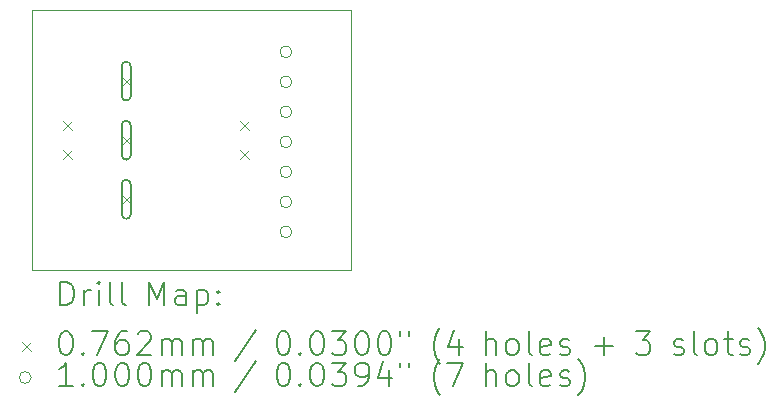
<source format=gbr>
%TF.GenerationSoftware,KiCad,Pcbnew,(7.0.0)*%
%TF.CreationDate,2023-02-17T23:27:23-05:00*%
%TF.ProjectId,RgbButton,52676242-7574-4746-9f6e-2e6b69636164,rev?*%
%TF.SameCoordinates,Original*%
%TF.FileFunction,Drillmap*%
%TF.FilePolarity,Positive*%
%FSLAX45Y45*%
G04 Gerber Fmt 4.5, Leading zero omitted, Abs format (unit mm)*
G04 Created by KiCad (PCBNEW (7.0.0)) date 2023-02-17 23:27:23*
%MOMM*%
%LPD*%
G01*
G04 APERTURE LIST*
%ADD10C,0.100000*%
%ADD11C,0.200000*%
%ADD12C,0.076200*%
G04 APERTURE END LIST*
D10*
X13850000Y-9300000D02*
X16550000Y-9300000D01*
X16550000Y-9300000D02*
X16550000Y-11500000D01*
X16550000Y-11500000D02*
X13850000Y-11500000D01*
X13850000Y-11500000D02*
X13850000Y-9300000D01*
D11*
D12*
X14111900Y-10236900D02*
X14188100Y-10313100D01*
X14188100Y-10236900D02*
X14111900Y-10313100D01*
X14111900Y-10486900D02*
X14188100Y-10563100D01*
X14188100Y-10486900D02*
X14111900Y-10563100D01*
X14611900Y-9861900D02*
X14688100Y-9938100D01*
X14688100Y-9861900D02*
X14611900Y-9938100D01*
D11*
X14611900Y-9773100D02*
X14611900Y-10026900D01*
X14611900Y-10026900D02*
G75*
G03*
X14688100Y-10026900I38100J0D01*
G01*
X14688100Y-10026900D02*
X14688100Y-9773100D01*
X14688100Y-9773100D02*
G75*
G03*
X14611900Y-9773100I-38100J0D01*
G01*
D12*
X14611900Y-10361900D02*
X14688100Y-10438100D01*
X14688100Y-10361900D02*
X14611900Y-10438100D01*
D11*
X14611900Y-10273100D02*
X14611900Y-10526900D01*
X14611900Y-10526900D02*
G75*
G03*
X14688100Y-10526900I38100J0D01*
G01*
X14688100Y-10526900D02*
X14688100Y-10273100D01*
X14688100Y-10273100D02*
G75*
G03*
X14611900Y-10273100I-38100J0D01*
G01*
D12*
X14611900Y-10861900D02*
X14688100Y-10938100D01*
X14688100Y-10861900D02*
X14611900Y-10938100D01*
D11*
X14611900Y-10773100D02*
X14611900Y-11026900D01*
X14611900Y-11026900D02*
G75*
G03*
X14688100Y-11026900I38100J0D01*
G01*
X14688100Y-11026900D02*
X14688100Y-10773100D01*
X14688100Y-10773100D02*
G75*
G03*
X14611900Y-10773100I-38100J0D01*
G01*
D12*
X15611900Y-10236900D02*
X15688100Y-10313100D01*
X15688100Y-10236900D02*
X15611900Y-10313100D01*
X15611900Y-10486900D02*
X15688100Y-10563100D01*
X15688100Y-10486900D02*
X15611900Y-10563100D01*
D10*
X16052000Y-9652000D02*
G75*
G03*
X16052000Y-9652000I-50000J0D01*
G01*
X16052000Y-9906000D02*
G75*
G03*
X16052000Y-9906000I-50000J0D01*
G01*
X16052000Y-10160000D02*
G75*
G03*
X16052000Y-10160000I-50000J0D01*
G01*
X16052000Y-10414000D02*
G75*
G03*
X16052000Y-10414000I-50000J0D01*
G01*
X16052000Y-10668000D02*
G75*
G03*
X16052000Y-10668000I-50000J0D01*
G01*
X16052000Y-10922000D02*
G75*
G03*
X16052000Y-10922000I-50000J0D01*
G01*
X16052000Y-11176000D02*
G75*
G03*
X16052000Y-11176000I-50000J0D01*
G01*
D11*
X14092619Y-11798476D02*
X14092619Y-11598476D01*
X14092619Y-11598476D02*
X14140238Y-11598476D01*
X14140238Y-11598476D02*
X14168809Y-11608000D01*
X14168809Y-11608000D02*
X14187857Y-11627048D01*
X14187857Y-11627048D02*
X14197381Y-11646095D01*
X14197381Y-11646095D02*
X14206905Y-11684190D01*
X14206905Y-11684190D02*
X14206905Y-11712762D01*
X14206905Y-11712762D02*
X14197381Y-11750857D01*
X14197381Y-11750857D02*
X14187857Y-11769905D01*
X14187857Y-11769905D02*
X14168809Y-11788952D01*
X14168809Y-11788952D02*
X14140238Y-11798476D01*
X14140238Y-11798476D02*
X14092619Y-11798476D01*
X14292619Y-11798476D02*
X14292619Y-11665143D01*
X14292619Y-11703238D02*
X14302143Y-11684190D01*
X14302143Y-11684190D02*
X14311667Y-11674667D01*
X14311667Y-11674667D02*
X14330714Y-11665143D01*
X14330714Y-11665143D02*
X14349762Y-11665143D01*
X14416428Y-11798476D02*
X14416428Y-11665143D01*
X14416428Y-11598476D02*
X14406905Y-11608000D01*
X14406905Y-11608000D02*
X14416428Y-11617524D01*
X14416428Y-11617524D02*
X14425952Y-11608000D01*
X14425952Y-11608000D02*
X14416428Y-11598476D01*
X14416428Y-11598476D02*
X14416428Y-11617524D01*
X14540238Y-11798476D02*
X14521190Y-11788952D01*
X14521190Y-11788952D02*
X14511667Y-11769905D01*
X14511667Y-11769905D02*
X14511667Y-11598476D01*
X14645000Y-11798476D02*
X14625952Y-11788952D01*
X14625952Y-11788952D02*
X14616428Y-11769905D01*
X14616428Y-11769905D02*
X14616428Y-11598476D01*
X14841190Y-11798476D02*
X14841190Y-11598476D01*
X14841190Y-11598476D02*
X14907857Y-11741333D01*
X14907857Y-11741333D02*
X14974524Y-11598476D01*
X14974524Y-11598476D02*
X14974524Y-11798476D01*
X15155476Y-11798476D02*
X15155476Y-11693714D01*
X15155476Y-11693714D02*
X15145952Y-11674667D01*
X15145952Y-11674667D02*
X15126905Y-11665143D01*
X15126905Y-11665143D02*
X15088809Y-11665143D01*
X15088809Y-11665143D02*
X15069762Y-11674667D01*
X15155476Y-11788952D02*
X15136428Y-11798476D01*
X15136428Y-11798476D02*
X15088809Y-11798476D01*
X15088809Y-11798476D02*
X15069762Y-11788952D01*
X15069762Y-11788952D02*
X15060238Y-11769905D01*
X15060238Y-11769905D02*
X15060238Y-11750857D01*
X15060238Y-11750857D02*
X15069762Y-11731809D01*
X15069762Y-11731809D02*
X15088809Y-11722286D01*
X15088809Y-11722286D02*
X15136428Y-11722286D01*
X15136428Y-11722286D02*
X15155476Y-11712762D01*
X15250714Y-11665143D02*
X15250714Y-11865143D01*
X15250714Y-11674667D02*
X15269762Y-11665143D01*
X15269762Y-11665143D02*
X15307857Y-11665143D01*
X15307857Y-11665143D02*
X15326905Y-11674667D01*
X15326905Y-11674667D02*
X15336428Y-11684190D01*
X15336428Y-11684190D02*
X15345952Y-11703238D01*
X15345952Y-11703238D02*
X15345952Y-11760381D01*
X15345952Y-11760381D02*
X15336428Y-11779428D01*
X15336428Y-11779428D02*
X15326905Y-11788952D01*
X15326905Y-11788952D02*
X15307857Y-11798476D01*
X15307857Y-11798476D02*
X15269762Y-11798476D01*
X15269762Y-11798476D02*
X15250714Y-11788952D01*
X15431667Y-11779428D02*
X15441190Y-11788952D01*
X15441190Y-11788952D02*
X15431667Y-11798476D01*
X15431667Y-11798476D02*
X15422143Y-11788952D01*
X15422143Y-11788952D02*
X15431667Y-11779428D01*
X15431667Y-11779428D02*
X15431667Y-11798476D01*
X15431667Y-11674667D02*
X15441190Y-11684190D01*
X15441190Y-11684190D02*
X15431667Y-11693714D01*
X15431667Y-11693714D02*
X15422143Y-11684190D01*
X15422143Y-11684190D02*
X15431667Y-11674667D01*
X15431667Y-11674667D02*
X15431667Y-11693714D01*
D12*
X13768800Y-12106900D02*
X13845000Y-12183100D01*
X13845000Y-12106900D02*
X13768800Y-12183100D01*
D11*
X14130714Y-12018476D02*
X14149762Y-12018476D01*
X14149762Y-12018476D02*
X14168809Y-12028000D01*
X14168809Y-12028000D02*
X14178333Y-12037524D01*
X14178333Y-12037524D02*
X14187857Y-12056571D01*
X14187857Y-12056571D02*
X14197381Y-12094667D01*
X14197381Y-12094667D02*
X14197381Y-12142286D01*
X14197381Y-12142286D02*
X14187857Y-12180381D01*
X14187857Y-12180381D02*
X14178333Y-12199428D01*
X14178333Y-12199428D02*
X14168809Y-12208952D01*
X14168809Y-12208952D02*
X14149762Y-12218476D01*
X14149762Y-12218476D02*
X14130714Y-12218476D01*
X14130714Y-12218476D02*
X14111667Y-12208952D01*
X14111667Y-12208952D02*
X14102143Y-12199428D01*
X14102143Y-12199428D02*
X14092619Y-12180381D01*
X14092619Y-12180381D02*
X14083095Y-12142286D01*
X14083095Y-12142286D02*
X14083095Y-12094667D01*
X14083095Y-12094667D02*
X14092619Y-12056571D01*
X14092619Y-12056571D02*
X14102143Y-12037524D01*
X14102143Y-12037524D02*
X14111667Y-12028000D01*
X14111667Y-12028000D02*
X14130714Y-12018476D01*
X14283095Y-12199428D02*
X14292619Y-12208952D01*
X14292619Y-12208952D02*
X14283095Y-12218476D01*
X14283095Y-12218476D02*
X14273571Y-12208952D01*
X14273571Y-12208952D02*
X14283095Y-12199428D01*
X14283095Y-12199428D02*
X14283095Y-12218476D01*
X14359286Y-12018476D02*
X14492619Y-12018476D01*
X14492619Y-12018476D02*
X14406905Y-12218476D01*
X14654524Y-12018476D02*
X14616428Y-12018476D01*
X14616428Y-12018476D02*
X14597381Y-12028000D01*
X14597381Y-12028000D02*
X14587857Y-12037524D01*
X14587857Y-12037524D02*
X14568809Y-12066095D01*
X14568809Y-12066095D02*
X14559286Y-12104190D01*
X14559286Y-12104190D02*
X14559286Y-12180381D01*
X14559286Y-12180381D02*
X14568809Y-12199428D01*
X14568809Y-12199428D02*
X14578333Y-12208952D01*
X14578333Y-12208952D02*
X14597381Y-12218476D01*
X14597381Y-12218476D02*
X14635476Y-12218476D01*
X14635476Y-12218476D02*
X14654524Y-12208952D01*
X14654524Y-12208952D02*
X14664048Y-12199428D01*
X14664048Y-12199428D02*
X14673571Y-12180381D01*
X14673571Y-12180381D02*
X14673571Y-12132762D01*
X14673571Y-12132762D02*
X14664048Y-12113714D01*
X14664048Y-12113714D02*
X14654524Y-12104190D01*
X14654524Y-12104190D02*
X14635476Y-12094667D01*
X14635476Y-12094667D02*
X14597381Y-12094667D01*
X14597381Y-12094667D02*
X14578333Y-12104190D01*
X14578333Y-12104190D02*
X14568809Y-12113714D01*
X14568809Y-12113714D02*
X14559286Y-12132762D01*
X14749762Y-12037524D02*
X14759286Y-12028000D01*
X14759286Y-12028000D02*
X14778333Y-12018476D01*
X14778333Y-12018476D02*
X14825952Y-12018476D01*
X14825952Y-12018476D02*
X14845000Y-12028000D01*
X14845000Y-12028000D02*
X14854524Y-12037524D01*
X14854524Y-12037524D02*
X14864048Y-12056571D01*
X14864048Y-12056571D02*
X14864048Y-12075619D01*
X14864048Y-12075619D02*
X14854524Y-12104190D01*
X14854524Y-12104190D02*
X14740238Y-12218476D01*
X14740238Y-12218476D02*
X14864048Y-12218476D01*
X14949762Y-12218476D02*
X14949762Y-12085143D01*
X14949762Y-12104190D02*
X14959286Y-12094667D01*
X14959286Y-12094667D02*
X14978333Y-12085143D01*
X14978333Y-12085143D02*
X15006905Y-12085143D01*
X15006905Y-12085143D02*
X15025952Y-12094667D01*
X15025952Y-12094667D02*
X15035476Y-12113714D01*
X15035476Y-12113714D02*
X15035476Y-12218476D01*
X15035476Y-12113714D02*
X15045000Y-12094667D01*
X15045000Y-12094667D02*
X15064048Y-12085143D01*
X15064048Y-12085143D02*
X15092619Y-12085143D01*
X15092619Y-12085143D02*
X15111667Y-12094667D01*
X15111667Y-12094667D02*
X15121190Y-12113714D01*
X15121190Y-12113714D02*
X15121190Y-12218476D01*
X15216429Y-12218476D02*
X15216429Y-12085143D01*
X15216429Y-12104190D02*
X15225952Y-12094667D01*
X15225952Y-12094667D02*
X15245000Y-12085143D01*
X15245000Y-12085143D02*
X15273571Y-12085143D01*
X15273571Y-12085143D02*
X15292619Y-12094667D01*
X15292619Y-12094667D02*
X15302143Y-12113714D01*
X15302143Y-12113714D02*
X15302143Y-12218476D01*
X15302143Y-12113714D02*
X15311667Y-12094667D01*
X15311667Y-12094667D02*
X15330714Y-12085143D01*
X15330714Y-12085143D02*
X15359286Y-12085143D01*
X15359286Y-12085143D02*
X15378333Y-12094667D01*
X15378333Y-12094667D02*
X15387857Y-12113714D01*
X15387857Y-12113714D02*
X15387857Y-12218476D01*
X15745952Y-12008952D02*
X15574524Y-12266095D01*
X15970714Y-12018476D02*
X15989762Y-12018476D01*
X15989762Y-12018476D02*
X16008810Y-12028000D01*
X16008810Y-12028000D02*
X16018333Y-12037524D01*
X16018333Y-12037524D02*
X16027857Y-12056571D01*
X16027857Y-12056571D02*
X16037381Y-12094667D01*
X16037381Y-12094667D02*
X16037381Y-12142286D01*
X16037381Y-12142286D02*
X16027857Y-12180381D01*
X16027857Y-12180381D02*
X16018333Y-12199428D01*
X16018333Y-12199428D02*
X16008810Y-12208952D01*
X16008810Y-12208952D02*
X15989762Y-12218476D01*
X15989762Y-12218476D02*
X15970714Y-12218476D01*
X15970714Y-12218476D02*
X15951667Y-12208952D01*
X15951667Y-12208952D02*
X15942143Y-12199428D01*
X15942143Y-12199428D02*
X15932619Y-12180381D01*
X15932619Y-12180381D02*
X15923095Y-12142286D01*
X15923095Y-12142286D02*
X15923095Y-12094667D01*
X15923095Y-12094667D02*
X15932619Y-12056571D01*
X15932619Y-12056571D02*
X15942143Y-12037524D01*
X15942143Y-12037524D02*
X15951667Y-12028000D01*
X15951667Y-12028000D02*
X15970714Y-12018476D01*
X16123095Y-12199428D02*
X16132619Y-12208952D01*
X16132619Y-12208952D02*
X16123095Y-12218476D01*
X16123095Y-12218476D02*
X16113571Y-12208952D01*
X16113571Y-12208952D02*
X16123095Y-12199428D01*
X16123095Y-12199428D02*
X16123095Y-12218476D01*
X16256429Y-12018476D02*
X16275476Y-12018476D01*
X16275476Y-12018476D02*
X16294524Y-12028000D01*
X16294524Y-12028000D02*
X16304048Y-12037524D01*
X16304048Y-12037524D02*
X16313571Y-12056571D01*
X16313571Y-12056571D02*
X16323095Y-12094667D01*
X16323095Y-12094667D02*
X16323095Y-12142286D01*
X16323095Y-12142286D02*
X16313571Y-12180381D01*
X16313571Y-12180381D02*
X16304048Y-12199428D01*
X16304048Y-12199428D02*
X16294524Y-12208952D01*
X16294524Y-12208952D02*
X16275476Y-12218476D01*
X16275476Y-12218476D02*
X16256429Y-12218476D01*
X16256429Y-12218476D02*
X16237381Y-12208952D01*
X16237381Y-12208952D02*
X16227857Y-12199428D01*
X16227857Y-12199428D02*
X16218333Y-12180381D01*
X16218333Y-12180381D02*
X16208810Y-12142286D01*
X16208810Y-12142286D02*
X16208810Y-12094667D01*
X16208810Y-12094667D02*
X16218333Y-12056571D01*
X16218333Y-12056571D02*
X16227857Y-12037524D01*
X16227857Y-12037524D02*
X16237381Y-12028000D01*
X16237381Y-12028000D02*
X16256429Y-12018476D01*
X16389762Y-12018476D02*
X16513571Y-12018476D01*
X16513571Y-12018476D02*
X16446905Y-12094667D01*
X16446905Y-12094667D02*
X16475476Y-12094667D01*
X16475476Y-12094667D02*
X16494524Y-12104190D01*
X16494524Y-12104190D02*
X16504048Y-12113714D01*
X16504048Y-12113714D02*
X16513571Y-12132762D01*
X16513571Y-12132762D02*
X16513571Y-12180381D01*
X16513571Y-12180381D02*
X16504048Y-12199428D01*
X16504048Y-12199428D02*
X16494524Y-12208952D01*
X16494524Y-12208952D02*
X16475476Y-12218476D01*
X16475476Y-12218476D02*
X16418333Y-12218476D01*
X16418333Y-12218476D02*
X16399286Y-12208952D01*
X16399286Y-12208952D02*
X16389762Y-12199428D01*
X16637381Y-12018476D02*
X16656429Y-12018476D01*
X16656429Y-12018476D02*
X16675476Y-12028000D01*
X16675476Y-12028000D02*
X16685000Y-12037524D01*
X16685000Y-12037524D02*
X16694524Y-12056571D01*
X16694524Y-12056571D02*
X16704048Y-12094667D01*
X16704048Y-12094667D02*
X16704048Y-12142286D01*
X16704048Y-12142286D02*
X16694524Y-12180381D01*
X16694524Y-12180381D02*
X16685000Y-12199428D01*
X16685000Y-12199428D02*
X16675476Y-12208952D01*
X16675476Y-12208952D02*
X16656429Y-12218476D01*
X16656429Y-12218476D02*
X16637381Y-12218476D01*
X16637381Y-12218476D02*
X16618333Y-12208952D01*
X16618333Y-12208952D02*
X16608810Y-12199428D01*
X16608810Y-12199428D02*
X16599286Y-12180381D01*
X16599286Y-12180381D02*
X16589762Y-12142286D01*
X16589762Y-12142286D02*
X16589762Y-12094667D01*
X16589762Y-12094667D02*
X16599286Y-12056571D01*
X16599286Y-12056571D02*
X16608810Y-12037524D01*
X16608810Y-12037524D02*
X16618333Y-12028000D01*
X16618333Y-12028000D02*
X16637381Y-12018476D01*
X16827857Y-12018476D02*
X16846905Y-12018476D01*
X16846905Y-12018476D02*
X16865953Y-12028000D01*
X16865953Y-12028000D02*
X16875476Y-12037524D01*
X16875476Y-12037524D02*
X16885000Y-12056571D01*
X16885000Y-12056571D02*
X16894524Y-12094667D01*
X16894524Y-12094667D02*
X16894524Y-12142286D01*
X16894524Y-12142286D02*
X16885000Y-12180381D01*
X16885000Y-12180381D02*
X16875476Y-12199428D01*
X16875476Y-12199428D02*
X16865953Y-12208952D01*
X16865953Y-12208952D02*
X16846905Y-12218476D01*
X16846905Y-12218476D02*
X16827857Y-12218476D01*
X16827857Y-12218476D02*
X16808810Y-12208952D01*
X16808810Y-12208952D02*
X16799286Y-12199428D01*
X16799286Y-12199428D02*
X16789762Y-12180381D01*
X16789762Y-12180381D02*
X16780238Y-12142286D01*
X16780238Y-12142286D02*
X16780238Y-12094667D01*
X16780238Y-12094667D02*
X16789762Y-12056571D01*
X16789762Y-12056571D02*
X16799286Y-12037524D01*
X16799286Y-12037524D02*
X16808810Y-12028000D01*
X16808810Y-12028000D02*
X16827857Y-12018476D01*
X16970714Y-12018476D02*
X16970714Y-12056571D01*
X17046905Y-12018476D02*
X17046905Y-12056571D01*
X17309762Y-12294667D02*
X17300238Y-12285143D01*
X17300238Y-12285143D02*
X17281191Y-12256571D01*
X17281191Y-12256571D02*
X17271667Y-12237524D01*
X17271667Y-12237524D02*
X17262143Y-12208952D01*
X17262143Y-12208952D02*
X17252619Y-12161333D01*
X17252619Y-12161333D02*
X17252619Y-12123238D01*
X17252619Y-12123238D02*
X17262143Y-12075619D01*
X17262143Y-12075619D02*
X17271667Y-12047048D01*
X17271667Y-12047048D02*
X17281191Y-12028000D01*
X17281191Y-12028000D02*
X17300238Y-11999428D01*
X17300238Y-11999428D02*
X17309762Y-11989905D01*
X17471667Y-12085143D02*
X17471667Y-12218476D01*
X17424048Y-12008952D02*
X17376429Y-12151809D01*
X17376429Y-12151809D02*
X17500238Y-12151809D01*
X17696429Y-12218476D02*
X17696429Y-12018476D01*
X17782143Y-12218476D02*
X17782143Y-12113714D01*
X17782143Y-12113714D02*
X17772619Y-12094667D01*
X17772619Y-12094667D02*
X17753572Y-12085143D01*
X17753572Y-12085143D02*
X17725000Y-12085143D01*
X17725000Y-12085143D02*
X17705953Y-12094667D01*
X17705953Y-12094667D02*
X17696429Y-12104190D01*
X17905953Y-12218476D02*
X17886905Y-12208952D01*
X17886905Y-12208952D02*
X17877381Y-12199428D01*
X17877381Y-12199428D02*
X17867857Y-12180381D01*
X17867857Y-12180381D02*
X17867857Y-12123238D01*
X17867857Y-12123238D02*
X17877381Y-12104190D01*
X17877381Y-12104190D02*
X17886905Y-12094667D01*
X17886905Y-12094667D02*
X17905953Y-12085143D01*
X17905953Y-12085143D02*
X17934524Y-12085143D01*
X17934524Y-12085143D02*
X17953572Y-12094667D01*
X17953572Y-12094667D02*
X17963095Y-12104190D01*
X17963095Y-12104190D02*
X17972619Y-12123238D01*
X17972619Y-12123238D02*
X17972619Y-12180381D01*
X17972619Y-12180381D02*
X17963095Y-12199428D01*
X17963095Y-12199428D02*
X17953572Y-12208952D01*
X17953572Y-12208952D02*
X17934524Y-12218476D01*
X17934524Y-12218476D02*
X17905953Y-12218476D01*
X18086905Y-12218476D02*
X18067857Y-12208952D01*
X18067857Y-12208952D02*
X18058334Y-12189905D01*
X18058334Y-12189905D02*
X18058334Y-12018476D01*
X18239286Y-12208952D02*
X18220238Y-12218476D01*
X18220238Y-12218476D02*
X18182143Y-12218476D01*
X18182143Y-12218476D02*
X18163095Y-12208952D01*
X18163095Y-12208952D02*
X18153572Y-12189905D01*
X18153572Y-12189905D02*
X18153572Y-12113714D01*
X18153572Y-12113714D02*
X18163095Y-12094667D01*
X18163095Y-12094667D02*
X18182143Y-12085143D01*
X18182143Y-12085143D02*
X18220238Y-12085143D01*
X18220238Y-12085143D02*
X18239286Y-12094667D01*
X18239286Y-12094667D02*
X18248810Y-12113714D01*
X18248810Y-12113714D02*
X18248810Y-12132762D01*
X18248810Y-12132762D02*
X18153572Y-12151809D01*
X18325000Y-12208952D02*
X18344048Y-12218476D01*
X18344048Y-12218476D02*
X18382143Y-12218476D01*
X18382143Y-12218476D02*
X18401191Y-12208952D01*
X18401191Y-12208952D02*
X18410715Y-12189905D01*
X18410715Y-12189905D02*
X18410715Y-12180381D01*
X18410715Y-12180381D02*
X18401191Y-12161333D01*
X18401191Y-12161333D02*
X18382143Y-12151809D01*
X18382143Y-12151809D02*
X18353572Y-12151809D01*
X18353572Y-12151809D02*
X18334524Y-12142286D01*
X18334524Y-12142286D02*
X18325000Y-12123238D01*
X18325000Y-12123238D02*
X18325000Y-12113714D01*
X18325000Y-12113714D02*
X18334524Y-12094667D01*
X18334524Y-12094667D02*
X18353572Y-12085143D01*
X18353572Y-12085143D02*
X18382143Y-12085143D01*
X18382143Y-12085143D02*
X18401191Y-12094667D01*
X18616429Y-12142286D02*
X18768810Y-12142286D01*
X18692619Y-12218476D02*
X18692619Y-12066095D01*
X18965000Y-12018476D02*
X19088810Y-12018476D01*
X19088810Y-12018476D02*
X19022143Y-12094667D01*
X19022143Y-12094667D02*
X19050715Y-12094667D01*
X19050715Y-12094667D02*
X19069762Y-12104190D01*
X19069762Y-12104190D02*
X19079286Y-12113714D01*
X19079286Y-12113714D02*
X19088810Y-12132762D01*
X19088810Y-12132762D02*
X19088810Y-12180381D01*
X19088810Y-12180381D02*
X19079286Y-12199428D01*
X19079286Y-12199428D02*
X19069762Y-12208952D01*
X19069762Y-12208952D02*
X19050715Y-12218476D01*
X19050715Y-12218476D02*
X18993572Y-12218476D01*
X18993572Y-12218476D02*
X18974524Y-12208952D01*
X18974524Y-12208952D02*
X18965000Y-12199428D01*
X19285000Y-12208952D02*
X19304048Y-12218476D01*
X19304048Y-12218476D02*
X19342143Y-12218476D01*
X19342143Y-12218476D02*
X19361191Y-12208952D01*
X19361191Y-12208952D02*
X19370715Y-12189905D01*
X19370715Y-12189905D02*
X19370715Y-12180381D01*
X19370715Y-12180381D02*
X19361191Y-12161333D01*
X19361191Y-12161333D02*
X19342143Y-12151809D01*
X19342143Y-12151809D02*
X19313572Y-12151809D01*
X19313572Y-12151809D02*
X19294524Y-12142286D01*
X19294524Y-12142286D02*
X19285000Y-12123238D01*
X19285000Y-12123238D02*
X19285000Y-12113714D01*
X19285000Y-12113714D02*
X19294524Y-12094667D01*
X19294524Y-12094667D02*
X19313572Y-12085143D01*
X19313572Y-12085143D02*
X19342143Y-12085143D01*
X19342143Y-12085143D02*
X19361191Y-12094667D01*
X19485000Y-12218476D02*
X19465953Y-12208952D01*
X19465953Y-12208952D02*
X19456429Y-12189905D01*
X19456429Y-12189905D02*
X19456429Y-12018476D01*
X19589762Y-12218476D02*
X19570715Y-12208952D01*
X19570715Y-12208952D02*
X19561191Y-12199428D01*
X19561191Y-12199428D02*
X19551667Y-12180381D01*
X19551667Y-12180381D02*
X19551667Y-12123238D01*
X19551667Y-12123238D02*
X19561191Y-12104190D01*
X19561191Y-12104190D02*
X19570715Y-12094667D01*
X19570715Y-12094667D02*
X19589762Y-12085143D01*
X19589762Y-12085143D02*
X19618334Y-12085143D01*
X19618334Y-12085143D02*
X19637381Y-12094667D01*
X19637381Y-12094667D02*
X19646905Y-12104190D01*
X19646905Y-12104190D02*
X19656429Y-12123238D01*
X19656429Y-12123238D02*
X19656429Y-12180381D01*
X19656429Y-12180381D02*
X19646905Y-12199428D01*
X19646905Y-12199428D02*
X19637381Y-12208952D01*
X19637381Y-12208952D02*
X19618334Y-12218476D01*
X19618334Y-12218476D02*
X19589762Y-12218476D01*
X19713572Y-12085143D02*
X19789762Y-12085143D01*
X19742143Y-12018476D02*
X19742143Y-12189905D01*
X19742143Y-12189905D02*
X19751667Y-12208952D01*
X19751667Y-12208952D02*
X19770715Y-12218476D01*
X19770715Y-12218476D02*
X19789762Y-12218476D01*
X19846905Y-12208952D02*
X19865953Y-12218476D01*
X19865953Y-12218476D02*
X19904048Y-12218476D01*
X19904048Y-12218476D02*
X19923096Y-12208952D01*
X19923096Y-12208952D02*
X19932619Y-12189905D01*
X19932619Y-12189905D02*
X19932619Y-12180381D01*
X19932619Y-12180381D02*
X19923096Y-12161333D01*
X19923096Y-12161333D02*
X19904048Y-12151809D01*
X19904048Y-12151809D02*
X19875476Y-12151809D01*
X19875476Y-12151809D02*
X19856429Y-12142286D01*
X19856429Y-12142286D02*
X19846905Y-12123238D01*
X19846905Y-12123238D02*
X19846905Y-12113714D01*
X19846905Y-12113714D02*
X19856429Y-12094667D01*
X19856429Y-12094667D02*
X19875476Y-12085143D01*
X19875476Y-12085143D02*
X19904048Y-12085143D01*
X19904048Y-12085143D02*
X19923096Y-12094667D01*
X19999286Y-12294667D02*
X20008810Y-12285143D01*
X20008810Y-12285143D02*
X20027857Y-12256571D01*
X20027857Y-12256571D02*
X20037381Y-12237524D01*
X20037381Y-12237524D02*
X20046905Y-12208952D01*
X20046905Y-12208952D02*
X20056429Y-12161333D01*
X20056429Y-12161333D02*
X20056429Y-12123238D01*
X20056429Y-12123238D02*
X20046905Y-12075619D01*
X20046905Y-12075619D02*
X20037381Y-12047048D01*
X20037381Y-12047048D02*
X20027857Y-12028000D01*
X20027857Y-12028000D02*
X20008810Y-11999428D01*
X20008810Y-11999428D02*
X19999286Y-11989905D01*
D10*
X13845000Y-12409000D02*
G75*
G03*
X13845000Y-12409000I-50000J0D01*
G01*
D11*
X14197381Y-12482476D02*
X14083095Y-12482476D01*
X14140238Y-12482476D02*
X14140238Y-12282476D01*
X14140238Y-12282476D02*
X14121190Y-12311048D01*
X14121190Y-12311048D02*
X14102143Y-12330095D01*
X14102143Y-12330095D02*
X14083095Y-12339619D01*
X14283095Y-12463428D02*
X14292619Y-12472952D01*
X14292619Y-12472952D02*
X14283095Y-12482476D01*
X14283095Y-12482476D02*
X14273571Y-12472952D01*
X14273571Y-12472952D02*
X14283095Y-12463428D01*
X14283095Y-12463428D02*
X14283095Y-12482476D01*
X14416428Y-12282476D02*
X14435476Y-12282476D01*
X14435476Y-12282476D02*
X14454524Y-12292000D01*
X14454524Y-12292000D02*
X14464048Y-12301524D01*
X14464048Y-12301524D02*
X14473571Y-12320571D01*
X14473571Y-12320571D02*
X14483095Y-12358667D01*
X14483095Y-12358667D02*
X14483095Y-12406286D01*
X14483095Y-12406286D02*
X14473571Y-12444381D01*
X14473571Y-12444381D02*
X14464048Y-12463428D01*
X14464048Y-12463428D02*
X14454524Y-12472952D01*
X14454524Y-12472952D02*
X14435476Y-12482476D01*
X14435476Y-12482476D02*
X14416428Y-12482476D01*
X14416428Y-12482476D02*
X14397381Y-12472952D01*
X14397381Y-12472952D02*
X14387857Y-12463428D01*
X14387857Y-12463428D02*
X14378333Y-12444381D01*
X14378333Y-12444381D02*
X14368809Y-12406286D01*
X14368809Y-12406286D02*
X14368809Y-12358667D01*
X14368809Y-12358667D02*
X14378333Y-12320571D01*
X14378333Y-12320571D02*
X14387857Y-12301524D01*
X14387857Y-12301524D02*
X14397381Y-12292000D01*
X14397381Y-12292000D02*
X14416428Y-12282476D01*
X14606905Y-12282476D02*
X14625952Y-12282476D01*
X14625952Y-12282476D02*
X14645000Y-12292000D01*
X14645000Y-12292000D02*
X14654524Y-12301524D01*
X14654524Y-12301524D02*
X14664048Y-12320571D01*
X14664048Y-12320571D02*
X14673571Y-12358667D01*
X14673571Y-12358667D02*
X14673571Y-12406286D01*
X14673571Y-12406286D02*
X14664048Y-12444381D01*
X14664048Y-12444381D02*
X14654524Y-12463428D01*
X14654524Y-12463428D02*
X14645000Y-12472952D01*
X14645000Y-12472952D02*
X14625952Y-12482476D01*
X14625952Y-12482476D02*
X14606905Y-12482476D01*
X14606905Y-12482476D02*
X14587857Y-12472952D01*
X14587857Y-12472952D02*
X14578333Y-12463428D01*
X14578333Y-12463428D02*
X14568809Y-12444381D01*
X14568809Y-12444381D02*
X14559286Y-12406286D01*
X14559286Y-12406286D02*
X14559286Y-12358667D01*
X14559286Y-12358667D02*
X14568809Y-12320571D01*
X14568809Y-12320571D02*
X14578333Y-12301524D01*
X14578333Y-12301524D02*
X14587857Y-12292000D01*
X14587857Y-12292000D02*
X14606905Y-12282476D01*
X14797381Y-12282476D02*
X14816429Y-12282476D01*
X14816429Y-12282476D02*
X14835476Y-12292000D01*
X14835476Y-12292000D02*
X14845000Y-12301524D01*
X14845000Y-12301524D02*
X14854524Y-12320571D01*
X14854524Y-12320571D02*
X14864048Y-12358667D01*
X14864048Y-12358667D02*
X14864048Y-12406286D01*
X14864048Y-12406286D02*
X14854524Y-12444381D01*
X14854524Y-12444381D02*
X14845000Y-12463428D01*
X14845000Y-12463428D02*
X14835476Y-12472952D01*
X14835476Y-12472952D02*
X14816429Y-12482476D01*
X14816429Y-12482476D02*
X14797381Y-12482476D01*
X14797381Y-12482476D02*
X14778333Y-12472952D01*
X14778333Y-12472952D02*
X14768809Y-12463428D01*
X14768809Y-12463428D02*
X14759286Y-12444381D01*
X14759286Y-12444381D02*
X14749762Y-12406286D01*
X14749762Y-12406286D02*
X14749762Y-12358667D01*
X14749762Y-12358667D02*
X14759286Y-12320571D01*
X14759286Y-12320571D02*
X14768809Y-12301524D01*
X14768809Y-12301524D02*
X14778333Y-12292000D01*
X14778333Y-12292000D02*
X14797381Y-12282476D01*
X14949762Y-12482476D02*
X14949762Y-12349143D01*
X14949762Y-12368190D02*
X14959286Y-12358667D01*
X14959286Y-12358667D02*
X14978333Y-12349143D01*
X14978333Y-12349143D02*
X15006905Y-12349143D01*
X15006905Y-12349143D02*
X15025952Y-12358667D01*
X15025952Y-12358667D02*
X15035476Y-12377714D01*
X15035476Y-12377714D02*
X15035476Y-12482476D01*
X15035476Y-12377714D02*
X15045000Y-12358667D01*
X15045000Y-12358667D02*
X15064048Y-12349143D01*
X15064048Y-12349143D02*
X15092619Y-12349143D01*
X15092619Y-12349143D02*
X15111667Y-12358667D01*
X15111667Y-12358667D02*
X15121190Y-12377714D01*
X15121190Y-12377714D02*
X15121190Y-12482476D01*
X15216429Y-12482476D02*
X15216429Y-12349143D01*
X15216429Y-12368190D02*
X15225952Y-12358667D01*
X15225952Y-12358667D02*
X15245000Y-12349143D01*
X15245000Y-12349143D02*
X15273571Y-12349143D01*
X15273571Y-12349143D02*
X15292619Y-12358667D01*
X15292619Y-12358667D02*
X15302143Y-12377714D01*
X15302143Y-12377714D02*
X15302143Y-12482476D01*
X15302143Y-12377714D02*
X15311667Y-12358667D01*
X15311667Y-12358667D02*
X15330714Y-12349143D01*
X15330714Y-12349143D02*
X15359286Y-12349143D01*
X15359286Y-12349143D02*
X15378333Y-12358667D01*
X15378333Y-12358667D02*
X15387857Y-12377714D01*
X15387857Y-12377714D02*
X15387857Y-12482476D01*
X15745952Y-12272952D02*
X15574524Y-12530095D01*
X15970714Y-12282476D02*
X15989762Y-12282476D01*
X15989762Y-12282476D02*
X16008810Y-12292000D01*
X16008810Y-12292000D02*
X16018333Y-12301524D01*
X16018333Y-12301524D02*
X16027857Y-12320571D01*
X16027857Y-12320571D02*
X16037381Y-12358667D01*
X16037381Y-12358667D02*
X16037381Y-12406286D01*
X16037381Y-12406286D02*
X16027857Y-12444381D01*
X16027857Y-12444381D02*
X16018333Y-12463428D01*
X16018333Y-12463428D02*
X16008810Y-12472952D01*
X16008810Y-12472952D02*
X15989762Y-12482476D01*
X15989762Y-12482476D02*
X15970714Y-12482476D01*
X15970714Y-12482476D02*
X15951667Y-12472952D01*
X15951667Y-12472952D02*
X15942143Y-12463428D01*
X15942143Y-12463428D02*
X15932619Y-12444381D01*
X15932619Y-12444381D02*
X15923095Y-12406286D01*
X15923095Y-12406286D02*
X15923095Y-12358667D01*
X15923095Y-12358667D02*
X15932619Y-12320571D01*
X15932619Y-12320571D02*
X15942143Y-12301524D01*
X15942143Y-12301524D02*
X15951667Y-12292000D01*
X15951667Y-12292000D02*
X15970714Y-12282476D01*
X16123095Y-12463428D02*
X16132619Y-12472952D01*
X16132619Y-12472952D02*
X16123095Y-12482476D01*
X16123095Y-12482476D02*
X16113571Y-12472952D01*
X16113571Y-12472952D02*
X16123095Y-12463428D01*
X16123095Y-12463428D02*
X16123095Y-12482476D01*
X16256429Y-12282476D02*
X16275476Y-12282476D01*
X16275476Y-12282476D02*
X16294524Y-12292000D01*
X16294524Y-12292000D02*
X16304048Y-12301524D01*
X16304048Y-12301524D02*
X16313571Y-12320571D01*
X16313571Y-12320571D02*
X16323095Y-12358667D01*
X16323095Y-12358667D02*
X16323095Y-12406286D01*
X16323095Y-12406286D02*
X16313571Y-12444381D01*
X16313571Y-12444381D02*
X16304048Y-12463428D01*
X16304048Y-12463428D02*
X16294524Y-12472952D01*
X16294524Y-12472952D02*
X16275476Y-12482476D01*
X16275476Y-12482476D02*
X16256429Y-12482476D01*
X16256429Y-12482476D02*
X16237381Y-12472952D01*
X16237381Y-12472952D02*
X16227857Y-12463428D01*
X16227857Y-12463428D02*
X16218333Y-12444381D01*
X16218333Y-12444381D02*
X16208810Y-12406286D01*
X16208810Y-12406286D02*
X16208810Y-12358667D01*
X16208810Y-12358667D02*
X16218333Y-12320571D01*
X16218333Y-12320571D02*
X16227857Y-12301524D01*
X16227857Y-12301524D02*
X16237381Y-12292000D01*
X16237381Y-12292000D02*
X16256429Y-12282476D01*
X16389762Y-12282476D02*
X16513571Y-12282476D01*
X16513571Y-12282476D02*
X16446905Y-12358667D01*
X16446905Y-12358667D02*
X16475476Y-12358667D01*
X16475476Y-12358667D02*
X16494524Y-12368190D01*
X16494524Y-12368190D02*
X16504048Y-12377714D01*
X16504048Y-12377714D02*
X16513571Y-12396762D01*
X16513571Y-12396762D02*
X16513571Y-12444381D01*
X16513571Y-12444381D02*
X16504048Y-12463428D01*
X16504048Y-12463428D02*
X16494524Y-12472952D01*
X16494524Y-12472952D02*
X16475476Y-12482476D01*
X16475476Y-12482476D02*
X16418333Y-12482476D01*
X16418333Y-12482476D02*
X16399286Y-12472952D01*
X16399286Y-12472952D02*
X16389762Y-12463428D01*
X16608810Y-12482476D02*
X16646905Y-12482476D01*
X16646905Y-12482476D02*
X16665952Y-12472952D01*
X16665952Y-12472952D02*
X16675476Y-12463428D01*
X16675476Y-12463428D02*
X16694524Y-12434857D01*
X16694524Y-12434857D02*
X16704048Y-12396762D01*
X16704048Y-12396762D02*
X16704048Y-12320571D01*
X16704048Y-12320571D02*
X16694524Y-12301524D01*
X16694524Y-12301524D02*
X16685000Y-12292000D01*
X16685000Y-12292000D02*
X16665952Y-12282476D01*
X16665952Y-12282476D02*
X16627857Y-12282476D01*
X16627857Y-12282476D02*
X16608810Y-12292000D01*
X16608810Y-12292000D02*
X16599286Y-12301524D01*
X16599286Y-12301524D02*
X16589762Y-12320571D01*
X16589762Y-12320571D02*
X16589762Y-12368190D01*
X16589762Y-12368190D02*
X16599286Y-12387238D01*
X16599286Y-12387238D02*
X16608810Y-12396762D01*
X16608810Y-12396762D02*
X16627857Y-12406286D01*
X16627857Y-12406286D02*
X16665952Y-12406286D01*
X16665952Y-12406286D02*
X16685000Y-12396762D01*
X16685000Y-12396762D02*
X16694524Y-12387238D01*
X16694524Y-12387238D02*
X16704048Y-12368190D01*
X16875476Y-12349143D02*
X16875476Y-12482476D01*
X16827857Y-12272952D02*
X16780238Y-12415809D01*
X16780238Y-12415809D02*
X16904048Y-12415809D01*
X16970714Y-12282476D02*
X16970714Y-12320571D01*
X17046905Y-12282476D02*
X17046905Y-12320571D01*
X17309762Y-12558667D02*
X17300238Y-12549143D01*
X17300238Y-12549143D02*
X17281191Y-12520571D01*
X17281191Y-12520571D02*
X17271667Y-12501524D01*
X17271667Y-12501524D02*
X17262143Y-12472952D01*
X17262143Y-12472952D02*
X17252619Y-12425333D01*
X17252619Y-12425333D02*
X17252619Y-12387238D01*
X17252619Y-12387238D02*
X17262143Y-12339619D01*
X17262143Y-12339619D02*
X17271667Y-12311048D01*
X17271667Y-12311048D02*
X17281191Y-12292000D01*
X17281191Y-12292000D02*
X17300238Y-12263428D01*
X17300238Y-12263428D02*
X17309762Y-12253905D01*
X17366905Y-12282476D02*
X17500238Y-12282476D01*
X17500238Y-12282476D02*
X17414524Y-12482476D01*
X17696429Y-12482476D02*
X17696429Y-12282476D01*
X17782143Y-12482476D02*
X17782143Y-12377714D01*
X17782143Y-12377714D02*
X17772619Y-12358667D01*
X17772619Y-12358667D02*
X17753572Y-12349143D01*
X17753572Y-12349143D02*
X17725000Y-12349143D01*
X17725000Y-12349143D02*
X17705953Y-12358667D01*
X17705953Y-12358667D02*
X17696429Y-12368190D01*
X17905953Y-12482476D02*
X17886905Y-12472952D01*
X17886905Y-12472952D02*
X17877381Y-12463428D01*
X17877381Y-12463428D02*
X17867857Y-12444381D01*
X17867857Y-12444381D02*
X17867857Y-12387238D01*
X17867857Y-12387238D02*
X17877381Y-12368190D01*
X17877381Y-12368190D02*
X17886905Y-12358667D01*
X17886905Y-12358667D02*
X17905953Y-12349143D01*
X17905953Y-12349143D02*
X17934524Y-12349143D01*
X17934524Y-12349143D02*
X17953572Y-12358667D01*
X17953572Y-12358667D02*
X17963095Y-12368190D01*
X17963095Y-12368190D02*
X17972619Y-12387238D01*
X17972619Y-12387238D02*
X17972619Y-12444381D01*
X17972619Y-12444381D02*
X17963095Y-12463428D01*
X17963095Y-12463428D02*
X17953572Y-12472952D01*
X17953572Y-12472952D02*
X17934524Y-12482476D01*
X17934524Y-12482476D02*
X17905953Y-12482476D01*
X18086905Y-12482476D02*
X18067857Y-12472952D01*
X18067857Y-12472952D02*
X18058334Y-12453905D01*
X18058334Y-12453905D02*
X18058334Y-12282476D01*
X18239286Y-12472952D02*
X18220238Y-12482476D01*
X18220238Y-12482476D02*
X18182143Y-12482476D01*
X18182143Y-12482476D02*
X18163095Y-12472952D01*
X18163095Y-12472952D02*
X18153572Y-12453905D01*
X18153572Y-12453905D02*
X18153572Y-12377714D01*
X18153572Y-12377714D02*
X18163095Y-12358667D01*
X18163095Y-12358667D02*
X18182143Y-12349143D01*
X18182143Y-12349143D02*
X18220238Y-12349143D01*
X18220238Y-12349143D02*
X18239286Y-12358667D01*
X18239286Y-12358667D02*
X18248810Y-12377714D01*
X18248810Y-12377714D02*
X18248810Y-12396762D01*
X18248810Y-12396762D02*
X18153572Y-12415809D01*
X18325000Y-12472952D02*
X18344048Y-12482476D01*
X18344048Y-12482476D02*
X18382143Y-12482476D01*
X18382143Y-12482476D02*
X18401191Y-12472952D01*
X18401191Y-12472952D02*
X18410715Y-12453905D01*
X18410715Y-12453905D02*
X18410715Y-12444381D01*
X18410715Y-12444381D02*
X18401191Y-12425333D01*
X18401191Y-12425333D02*
X18382143Y-12415809D01*
X18382143Y-12415809D02*
X18353572Y-12415809D01*
X18353572Y-12415809D02*
X18334524Y-12406286D01*
X18334524Y-12406286D02*
X18325000Y-12387238D01*
X18325000Y-12387238D02*
X18325000Y-12377714D01*
X18325000Y-12377714D02*
X18334524Y-12358667D01*
X18334524Y-12358667D02*
X18353572Y-12349143D01*
X18353572Y-12349143D02*
X18382143Y-12349143D01*
X18382143Y-12349143D02*
X18401191Y-12358667D01*
X18477381Y-12558667D02*
X18486905Y-12549143D01*
X18486905Y-12549143D02*
X18505953Y-12520571D01*
X18505953Y-12520571D02*
X18515476Y-12501524D01*
X18515476Y-12501524D02*
X18525000Y-12472952D01*
X18525000Y-12472952D02*
X18534524Y-12425333D01*
X18534524Y-12425333D02*
X18534524Y-12387238D01*
X18534524Y-12387238D02*
X18525000Y-12339619D01*
X18525000Y-12339619D02*
X18515476Y-12311048D01*
X18515476Y-12311048D02*
X18505953Y-12292000D01*
X18505953Y-12292000D02*
X18486905Y-12263428D01*
X18486905Y-12263428D02*
X18477381Y-12253905D01*
M02*

</source>
